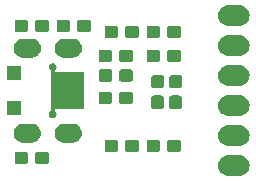
<source format=gbr>
G04 #@! TF.GenerationSoftware,KiCad,Pcbnew,5.1.4+dfsg1-1*
G04 #@! TF.CreationDate,2019-12-13T05:22:49-08:00*
G04 #@! TF.ProjectId,pmod-ftdi,706d6f64-2d66-4746-9469-2e6b69636164,rev?*
G04 #@! TF.SameCoordinates,PX5b906e0PY4a1f960*
G04 #@! TF.FileFunction,Soldermask,Top*
G04 #@! TF.FilePolarity,Negative*
%FSLAX46Y46*%
G04 Gerber Fmt 4.6, Leading zero omitted, Abs format (unit mm)*
G04 Created by KiCad (PCBNEW 5.1.4+dfsg1-1) date 2019-12-13 05:22:49*
%MOMM*%
%LPD*%
G04 APERTURE LIST*
%ADD10C,0.100000*%
G04 APERTURE END LIST*
D10*
G36*
X20196442Y-13456518D02*
G01*
X20262627Y-13463037D01*
X20432466Y-13514557D01*
X20588991Y-13598222D01*
X20624729Y-13627552D01*
X20726186Y-13710814D01*
X20809448Y-13812271D01*
X20838778Y-13848009D01*
X20922443Y-14004534D01*
X20973963Y-14174373D01*
X20991359Y-14351000D01*
X20973963Y-14527627D01*
X20922443Y-14697466D01*
X20838778Y-14853991D01*
X20809448Y-14889729D01*
X20726186Y-14991186D01*
X20624729Y-15074448D01*
X20588991Y-15103778D01*
X20432466Y-15187443D01*
X20262627Y-15238963D01*
X20196442Y-15245482D01*
X20130260Y-15252000D01*
X19201740Y-15252000D01*
X19135558Y-15245482D01*
X19069373Y-15238963D01*
X18899534Y-15187443D01*
X18743009Y-15103778D01*
X18707271Y-15074448D01*
X18605814Y-14991186D01*
X18522552Y-14889729D01*
X18493222Y-14853991D01*
X18409557Y-14697466D01*
X18358037Y-14527627D01*
X18340641Y-14351000D01*
X18358037Y-14174373D01*
X18409557Y-14004534D01*
X18493222Y-13848009D01*
X18522552Y-13812271D01*
X18605814Y-13710814D01*
X18707271Y-13627552D01*
X18743009Y-13598222D01*
X18899534Y-13514557D01*
X19069373Y-13463037D01*
X19135558Y-13456518D01*
X19201740Y-13450000D01*
X20130260Y-13450000D01*
X20196442Y-13456518D01*
X20196442Y-13456518D01*
G37*
G36*
X3829499Y-13194445D02*
G01*
X3866995Y-13205820D01*
X3901554Y-13224292D01*
X3931847Y-13249153D01*
X3956708Y-13279446D01*
X3975180Y-13314005D01*
X3986555Y-13351501D01*
X3991000Y-13396638D01*
X3991000Y-14035362D01*
X3986555Y-14080499D01*
X3975180Y-14117995D01*
X3956708Y-14152554D01*
X3931847Y-14182847D01*
X3901554Y-14207708D01*
X3866995Y-14226180D01*
X3829499Y-14237555D01*
X3784362Y-14242000D01*
X3045638Y-14242000D01*
X3000501Y-14237555D01*
X2963005Y-14226180D01*
X2928446Y-14207708D01*
X2898153Y-14182847D01*
X2873292Y-14152554D01*
X2854820Y-14117995D01*
X2843445Y-14080499D01*
X2839000Y-14035362D01*
X2839000Y-13396638D01*
X2843445Y-13351501D01*
X2854820Y-13314005D01*
X2873292Y-13279446D01*
X2898153Y-13249153D01*
X2928446Y-13224292D01*
X2963005Y-13205820D01*
X3000501Y-13194445D01*
X3045638Y-13190000D01*
X3784362Y-13190000D01*
X3829499Y-13194445D01*
X3829499Y-13194445D01*
G37*
G36*
X2079499Y-13194445D02*
G01*
X2116995Y-13205820D01*
X2151554Y-13224292D01*
X2181847Y-13249153D01*
X2206708Y-13279446D01*
X2225180Y-13314005D01*
X2236555Y-13351501D01*
X2241000Y-13396638D01*
X2241000Y-14035362D01*
X2236555Y-14080499D01*
X2225180Y-14117995D01*
X2206708Y-14152554D01*
X2181847Y-14182847D01*
X2151554Y-14207708D01*
X2116995Y-14226180D01*
X2079499Y-14237555D01*
X2034362Y-14242000D01*
X1295638Y-14242000D01*
X1250501Y-14237555D01*
X1213005Y-14226180D01*
X1178446Y-14207708D01*
X1148153Y-14182847D01*
X1123292Y-14152554D01*
X1104820Y-14117995D01*
X1093445Y-14080499D01*
X1089000Y-14035362D01*
X1089000Y-13396638D01*
X1093445Y-13351501D01*
X1104820Y-13314005D01*
X1123292Y-13279446D01*
X1148153Y-13249153D01*
X1178446Y-13224292D01*
X1213005Y-13205820D01*
X1250501Y-13194445D01*
X1295638Y-13190000D01*
X2034362Y-13190000D01*
X2079499Y-13194445D01*
X2079499Y-13194445D01*
G37*
G36*
X9699499Y-12178445D02*
G01*
X9736995Y-12189820D01*
X9771554Y-12208292D01*
X9801847Y-12233153D01*
X9826708Y-12263446D01*
X9845180Y-12298005D01*
X9856555Y-12335501D01*
X9861000Y-12380638D01*
X9861000Y-13019362D01*
X9856555Y-13064499D01*
X9845180Y-13101995D01*
X9826708Y-13136554D01*
X9801847Y-13166847D01*
X9771554Y-13191708D01*
X9736995Y-13210180D01*
X9699499Y-13221555D01*
X9654362Y-13226000D01*
X8915638Y-13226000D01*
X8870501Y-13221555D01*
X8833005Y-13210180D01*
X8798446Y-13191708D01*
X8768153Y-13166847D01*
X8743292Y-13136554D01*
X8724820Y-13101995D01*
X8713445Y-13064499D01*
X8709000Y-13019362D01*
X8709000Y-12380638D01*
X8713445Y-12335501D01*
X8724820Y-12298005D01*
X8743292Y-12263446D01*
X8768153Y-12233153D01*
X8798446Y-12208292D01*
X8833005Y-12189820D01*
X8870501Y-12178445D01*
X8915638Y-12174000D01*
X9654362Y-12174000D01*
X9699499Y-12178445D01*
X9699499Y-12178445D01*
G37*
G36*
X11449499Y-12178445D02*
G01*
X11486995Y-12189820D01*
X11521554Y-12208292D01*
X11551847Y-12233153D01*
X11576708Y-12263446D01*
X11595180Y-12298005D01*
X11606555Y-12335501D01*
X11611000Y-12380638D01*
X11611000Y-13019362D01*
X11606555Y-13064499D01*
X11595180Y-13101995D01*
X11576708Y-13136554D01*
X11551847Y-13166847D01*
X11521554Y-13191708D01*
X11486995Y-13210180D01*
X11449499Y-13221555D01*
X11404362Y-13226000D01*
X10665638Y-13226000D01*
X10620501Y-13221555D01*
X10583005Y-13210180D01*
X10548446Y-13191708D01*
X10518153Y-13166847D01*
X10493292Y-13136554D01*
X10474820Y-13101995D01*
X10463445Y-13064499D01*
X10459000Y-13019362D01*
X10459000Y-12380638D01*
X10463445Y-12335501D01*
X10474820Y-12298005D01*
X10493292Y-12263446D01*
X10518153Y-12233153D01*
X10548446Y-12208292D01*
X10583005Y-12189820D01*
X10620501Y-12178445D01*
X10665638Y-12174000D01*
X11404362Y-12174000D01*
X11449499Y-12178445D01*
X11449499Y-12178445D01*
G37*
G36*
X15005499Y-12178445D02*
G01*
X15042995Y-12189820D01*
X15077554Y-12208292D01*
X15107847Y-12233153D01*
X15132708Y-12263446D01*
X15151180Y-12298005D01*
X15162555Y-12335501D01*
X15167000Y-12380638D01*
X15167000Y-13019362D01*
X15162555Y-13064499D01*
X15151180Y-13101995D01*
X15132708Y-13136554D01*
X15107847Y-13166847D01*
X15077554Y-13191708D01*
X15042995Y-13210180D01*
X15005499Y-13221555D01*
X14960362Y-13226000D01*
X14221638Y-13226000D01*
X14176501Y-13221555D01*
X14139005Y-13210180D01*
X14104446Y-13191708D01*
X14074153Y-13166847D01*
X14049292Y-13136554D01*
X14030820Y-13101995D01*
X14019445Y-13064499D01*
X14015000Y-13019362D01*
X14015000Y-12380638D01*
X14019445Y-12335501D01*
X14030820Y-12298005D01*
X14049292Y-12263446D01*
X14074153Y-12233153D01*
X14104446Y-12208292D01*
X14139005Y-12189820D01*
X14176501Y-12178445D01*
X14221638Y-12174000D01*
X14960362Y-12174000D01*
X15005499Y-12178445D01*
X15005499Y-12178445D01*
G37*
G36*
X13255499Y-12178445D02*
G01*
X13292995Y-12189820D01*
X13327554Y-12208292D01*
X13357847Y-12233153D01*
X13382708Y-12263446D01*
X13401180Y-12298005D01*
X13412555Y-12335501D01*
X13417000Y-12380638D01*
X13417000Y-13019362D01*
X13412555Y-13064499D01*
X13401180Y-13101995D01*
X13382708Y-13136554D01*
X13357847Y-13166847D01*
X13327554Y-13191708D01*
X13292995Y-13210180D01*
X13255499Y-13221555D01*
X13210362Y-13226000D01*
X12471638Y-13226000D01*
X12426501Y-13221555D01*
X12389005Y-13210180D01*
X12354446Y-13191708D01*
X12324153Y-13166847D01*
X12299292Y-13136554D01*
X12280820Y-13101995D01*
X12269445Y-13064499D01*
X12265000Y-13019362D01*
X12265000Y-12380638D01*
X12269445Y-12335501D01*
X12280820Y-12298005D01*
X12299292Y-12263446D01*
X12324153Y-12233153D01*
X12354446Y-12208292D01*
X12389005Y-12189820D01*
X12426501Y-12178445D01*
X12471638Y-12174000D01*
X13210362Y-12174000D01*
X13255499Y-12178445D01*
X13255499Y-12178445D01*
G37*
G36*
X20196443Y-10916519D02*
G01*
X20262627Y-10923037D01*
X20432466Y-10974557D01*
X20588991Y-11058222D01*
X20624729Y-11087552D01*
X20726186Y-11170814D01*
X20809448Y-11272271D01*
X20838778Y-11308009D01*
X20922443Y-11464534D01*
X20973963Y-11634373D01*
X20991359Y-11811000D01*
X20973963Y-11987627D01*
X20922443Y-12157466D01*
X20838778Y-12313991D01*
X20821125Y-12335501D01*
X20726186Y-12451186D01*
X20624729Y-12534448D01*
X20588991Y-12563778D01*
X20432466Y-12647443D01*
X20262627Y-12698963D01*
X20196443Y-12705481D01*
X20130260Y-12712000D01*
X19201740Y-12712000D01*
X19135557Y-12705481D01*
X19069373Y-12698963D01*
X18899534Y-12647443D01*
X18743009Y-12563778D01*
X18707271Y-12534448D01*
X18605814Y-12451186D01*
X18510875Y-12335501D01*
X18493222Y-12313991D01*
X18409557Y-12157466D01*
X18358037Y-11987627D01*
X18340641Y-11811000D01*
X18358037Y-11634373D01*
X18409557Y-11464534D01*
X18493222Y-11308009D01*
X18522552Y-11272271D01*
X18605814Y-11170814D01*
X18707271Y-11087552D01*
X18743009Y-11058222D01*
X18899534Y-10974557D01*
X19069373Y-10923037D01*
X19135557Y-10916519D01*
X19201740Y-10910000D01*
X20130260Y-10910000D01*
X20196443Y-10916519D01*
X20196443Y-10916519D01*
G37*
G36*
X2606571Y-10818863D02*
G01*
X2685023Y-10826590D01*
X2785682Y-10857125D01*
X2836013Y-10872392D01*
X2975165Y-10946771D01*
X3097133Y-11046867D01*
X3197229Y-11168835D01*
X3271608Y-11307987D01*
X3271615Y-11308011D01*
X3317410Y-11458977D01*
X3332875Y-11616000D01*
X3317410Y-11773023D01*
X3286875Y-11873682D01*
X3271608Y-11924013D01*
X3197229Y-12063165D01*
X3097133Y-12185133D01*
X2975165Y-12285229D01*
X2836013Y-12359608D01*
X2785682Y-12374875D01*
X2685023Y-12405410D01*
X2606571Y-12413137D01*
X2567346Y-12417000D01*
X1788654Y-12417000D01*
X1749429Y-12413137D01*
X1670977Y-12405410D01*
X1570318Y-12374875D01*
X1519987Y-12359608D01*
X1380835Y-12285229D01*
X1258867Y-12185133D01*
X1158771Y-12063165D01*
X1084392Y-11924013D01*
X1069125Y-11873682D01*
X1038590Y-11773023D01*
X1023125Y-11616000D01*
X1038590Y-11458977D01*
X1084385Y-11308011D01*
X1084392Y-11307987D01*
X1158771Y-11168835D01*
X1258867Y-11046867D01*
X1380835Y-10946771D01*
X1519987Y-10872392D01*
X1570318Y-10857125D01*
X1670977Y-10826590D01*
X1749429Y-10818863D01*
X1788654Y-10815000D01*
X2567346Y-10815000D01*
X2606571Y-10818863D01*
X2606571Y-10818863D01*
G37*
G36*
X6076571Y-10818863D02*
G01*
X6155023Y-10826590D01*
X6255682Y-10857125D01*
X6306013Y-10872392D01*
X6445165Y-10946771D01*
X6567133Y-11046867D01*
X6667229Y-11168835D01*
X6741608Y-11307987D01*
X6741615Y-11308011D01*
X6787410Y-11458977D01*
X6802875Y-11616000D01*
X6787410Y-11773023D01*
X6756875Y-11873682D01*
X6741608Y-11924013D01*
X6667229Y-12063165D01*
X6567133Y-12185133D01*
X6445165Y-12285229D01*
X6306013Y-12359608D01*
X6255682Y-12374875D01*
X6155023Y-12405410D01*
X6076571Y-12413137D01*
X6037346Y-12417000D01*
X5258654Y-12417000D01*
X5219429Y-12413137D01*
X5140977Y-12405410D01*
X5040318Y-12374875D01*
X4989987Y-12359608D01*
X4850835Y-12285229D01*
X4728867Y-12185133D01*
X4628771Y-12063165D01*
X4554392Y-11924013D01*
X4539125Y-11873682D01*
X4508590Y-11773023D01*
X4493125Y-11616000D01*
X4508590Y-11458977D01*
X4554385Y-11308011D01*
X4554392Y-11307987D01*
X4628771Y-11168835D01*
X4728867Y-11046867D01*
X4850835Y-10946771D01*
X4989987Y-10872392D01*
X5040318Y-10857125D01*
X5140977Y-10826590D01*
X5219429Y-10818863D01*
X5258654Y-10815000D01*
X6037346Y-10815000D01*
X6076571Y-10818863D01*
X6076571Y-10818863D01*
G37*
G36*
X4423091Y-5702528D02*
G01*
X4482420Y-5727103D01*
X4535810Y-5762777D01*
X4581223Y-5808190D01*
X4616897Y-5861580D01*
X4641472Y-5920909D01*
X4654000Y-5983892D01*
X4654000Y-6048108D01*
X4641472Y-6111091D01*
X4616897Y-6170420D01*
X4581223Y-6223810D01*
X4553420Y-6251613D01*
X4537875Y-6270555D01*
X4526324Y-6292166D01*
X4519211Y-6315615D01*
X4516809Y-6340001D01*
X4519211Y-6364387D01*
X4526324Y-6387836D01*
X4537875Y-6409447D01*
X4553420Y-6428389D01*
X4572362Y-6443934D01*
X4593973Y-6455485D01*
X4617422Y-6462598D01*
X4641808Y-6465000D01*
X6964000Y-6465000D01*
X6964000Y-9567000D01*
X4641808Y-9567000D01*
X4617422Y-9569402D01*
X4593973Y-9576515D01*
X4572362Y-9588066D01*
X4553420Y-9603611D01*
X4537875Y-9622553D01*
X4526324Y-9644164D01*
X4519211Y-9667613D01*
X4516809Y-9691999D01*
X4519211Y-9716385D01*
X4526324Y-9739834D01*
X4537875Y-9761445D01*
X4553420Y-9780387D01*
X4581223Y-9808190D01*
X4616897Y-9861580D01*
X4641472Y-9920909D01*
X4654000Y-9983892D01*
X4654000Y-10048108D01*
X4641472Y-10111091D01*
X4616897Y-10170420D01*
X4581223Y-10223810D01*
X4535810Y-10269223D01*
X4482420Y-10304897D01*
X4423091Y-10329472D01*
X4360108Y-10342000D01*
X4295892Y-10342000D01*
X4232909Y-10329472D01*
X4173580Y-10304897D01*
X4120190Y-10269223D01*
X4074777Y-10223810D01*
X4039103Y-10170420D01*
X4014528Y-10111091D01*
X4002000Y-10048108D01*
X4002000Y-9983892D01*
X4014528Y-9920909D01*
X4039103Y-9861580D01*
X4074777Y-9808190D01*
X4120187Y-9762780D01*
X4122185Y-9761445D01*
X4156450Y-9738549D01*
X4175388Y-9723007D01*
X4190933Y-9704066D01*
X4202485Y-9682455D01*
X4209598Y-9659006D01*
X4212000Y-9634619D01*
X4212000Y-6397381D01*
X4209598Y-6372995D01*
X4202485Y-6349546D01*
X4190934Y-6327935D01*
X4175389Y-6308993D01*
X4156450Y-6293451D01*
X4120187Y-6269220D01*
X4074777Y-6223810D01*
X4039103Y-6170420D01*
X4014528Y-6111091D01*
X4002000Y-6048108D01*
X4002000Y-5983892D01*
X4014528Y-5920909D01*
X4039103Y-5861580D01*
X4074777Y-5808190D01*
X4120190Y-5762777D01*
X4173580Y-5727103D01*
X4232909Y-5702528D01*
X4295892Y-5690000D01*
X4360108Y-5690000D01*
X4423091Y-5702528D01*
X4423091Y-5702528D01*
G37*
G36*
X20196442Y-8376518D02*
G01*
X20262627Y-8383037D01*
X20432466Y-8434557D01*
X20432468Y-8434558D01*
X20482483Y-8461292D01*
X20588991Y-8518222D01*
X20620261Y-8543885D01*
X20726186Y-8630814D01*
X20809448Y-8732271D01*
X20838778Y-8768009D01*
X20922443Y-8924534D01*
X20973963Y-9094373D01*
X20991359Y-9271000D01*
X20973963Y-9447627D01*
X20922443Y-9617466D01*
X20922442Y-9617468D01*
X20908173Y-9644164D01*
X20838778Y-9773991D01*
X20810714Y-9808187D01*
X20726186Y-9911186D01*
X20637592Y-9983892D01*
X20588991Y-10023778D01*
X20432466Y-10107443D01*
X20262627Y-10158963D01*
X20196443Y-10165481D01*
X20130260Y-10172000D01*
X19201740Y-10172000D01*
X19135557Y-10165481D01*
X19069373Y-10158963D01*
X18899534Y-10107443D01*
X18743009Y-10023778D01*
X18694408Y-9983892D01*
X18605814Y-9911186D01*
X18521286Y-9808187D01*
X18493222Y-9773991D01*
X18423827Y-9644164D01*
X18409558Y-9617468D01*
X18409557Y-9617466D01*
X18358037Y-9447627D01*
X18340641Y-9271000D01*
X18358037Y-9094373D01*
X18409557Y-8924534D01*
X18493222Y-8768009D01*
X18522552Y-8732271D01*
X18605814Y-8630814D01*
X18711739Y-8543885D01*
X18743009Y-8518222D01*
X18849517Y-8461292D01*
X18899532Y-8434558D01*
X18899534Y-8434557D01*
X19069373Y-8383037D01*
X19135558Y-8376518D01*
X19201740Y-8370000D01*
X20130260Y-8370000D01*
X20196442Y-8376518D01*
X20196442Y-8376518D01*
G37*
G36*
X1629000Y-10117000D02*
G01*
X427000Y-10117000D01*
X427000Y-8915000D01*
X1629000Y-8915000D01*
X1629000Y-10117000D01*
X1629000Y-10117000D01*
G37*
G36*
X15096499Y-8431445D02*
G01*
X15133995Y-8442820D01*
X15168554Y-8461292D01*
X15198847Y-8486153D01*
X15223708Y-8516446D01*
X15242180Y-8551005D01*
X15253555Y-8588501D01*
X15258000Y-8633638D01*
X15258000Y-9372362D01*
X15253555Y-9417499D01*
X15242180Y-9454995D01*
X15223708Y-9489554D01*
X15198847Y-9519847D01*
X15168554Y-9544708D01*
X15133995Y-9563180D01*
X15096499Y-9574555D01*
X15051362Y-9579000D01*
X14412638Y-9579000D01*
X14367501Y-9574555D01*
X14330005Y-9563180D01*
X14295446Y-9544708D01*
X14265153Y-9519847D01*
X14240292Y-9489554D01*
X14221820Y-9454995D01*
X14210445Y-9417499D01*
X14206000Y-9372362D01*
X14206000Y-8633638D01*
X14210445Y-8588501D01*
X14221820Y-8551005D01*
X14240292Y-8516446D01*
X14265153Y-8486153D01*
X14295446Y-8461292D01*
X14330005Y-8442820D01*
X14367501Y-8431445D01*
X14412638Y-8427000D01*
X15051362Y-8427000D01*
X15096499Y-8431445D01*
X15096499Y-8431445D01*
G37*
G36*
X13572499Y-8431445D02*
G01*
X13609995Y-8442820D01*
X13644554Y-8461292D01*
X13674847Y-8486153D01*
X13699708Y-8516446D01*
X13718180Y-8551005D01*
X13729555Y-8588501D01*
X13734000Y-8633638D01*
X13734000Y-9372362D01*
X13729555Y-9417499D01*
X13718180Y-9454995D01*
X13699708Y-9489554D01*
X13674847Y-9519847D01*
X13644554Y-9544708D01*
X13609995Y-9563180D01*
X13572499Y-9574555D01*
X13527362Y-9579000D01*
X12888638Y-9579000D01*
X12843501Y-9574555D01*
X12806005Y-9563180D01*
X12771446Y-9544708D01*
X12741153Y-9519847D01*
X12716292Y-9489554D01*
X12697820Y-9454995D01*
X12686445Y-9417499D01*
X12682000Y-9372362D01*
X12682000Y-8633638D01*
X12686445Y-8588501D01*
X12697820Y-8551005D01*
X12716292Y-8516446D01*
X12741153Y-8486153D01*
X12771446Y-8461292D01*
X12806005Y-8442820D01*
X12843501Y-8431445D01*
X12888638Y-8427000D01*
X13527362Y-8427000D01*
X13572499Y-8431445D01*
X13572499Y-8431445D01*
G37*
G36*
X9191499Y-8114445D02*
G01*
X9228995Y-8125820D01*
X9263554Y-8144292D01*
X9293847Y-8169153D01*
X9318708Y-8199446D01*
X9337180Y-8234005D01*
X9348555Y-8271501D01*
X9353000Y-8316638D01*
X9353000Y-8955362D01*
X9348555Y-9000499D01*
X9337180Y-9037995D01*
X9318708Y-9072554D01*
X9293847Y-9102847D01*
X9263554Y-9127708D01*
X9228995Y-9146180D01*
X9191499Y-9157555D01*
X9146362Y-9162000D01*
X8407638Y-9162000D01*
X8362501Y-9157555D01*
X8325005Y-9146180D01*
X8290446Y-9127708D01*
X8260153Y-9102847D01*
X8235292Y-9072554D01*
X8216820Y-9037995D01*
X8205445Y-9000499D01*
X8201000Y-8955362D01*
X8201000Y-8316638D01*
X8205445Y-8271501D01*
X8216820Y-8234005D01*
X8235292Y-8199446D01*
X8260153Y-8169153D01*
X8290446Y-8144292D01*
X8325005Y-8125820D01*
X8362501Y-8114445D01*
X8407638Y-8110000D01*
X9146362Y-8110000D01*
X9191499Y-8114445D01*
X9191499Y-8114445D01*
G37*
G36*
X10941499Y-8114445D02*
G01*
X10978995Y-8125820D01*
X11013554Y-8144292D01*
X11043847Y-8169153D01*
X11068708Y-8199446D01*
X11087180Y-8234005D01*
X11098555Y-8271501D01*
X11103000Y-8316638D01*
X11103000Y-8955362D01*
X11098555Y-9000499D01*
X11087180Y-9037995D01*
X11068708Y-9072554D01*
X11043847Y-9102847D01*
X11013554Y-9127708D01*
X10978995Y-9146180D01*
X10941499Y-9157555D01*
X10896362Y-9162000D01*
X10157638Y-9162000D01*
X10112501Y-9157555D01*
X10075005Y-9146180D01*
X10040446Y-9127708D01*
X10010153Y-9102847D01*
X9985292Y-9072554D01*
X9966820Y-9037995D01*
X9955445Y-9000499D01*
X9951000Y-8955362D01*
X9951000Y-8316638D01*
X9955445Y-8271501D01*
X9966820Y-8234005D01*
X9985292Y-8199446D01*
X10010153Y-8169153D01*
X10040446Y-8144292D01*
X10075005Y-8125820D01*
X10112501Y-8114445D01*
X10157638Y-8110000D01*
X10896362Y-8110000D01*
X10941499Y-8114445D01*
X10941499Y-8114445D01*
G37*
G36*
X15096499Y-6681445D02*
G01*
X15133995Y-6692820D01*
X15168554Y-6711292D01*
X15198847Y-6736153D01*
X15223708Y-6766446D01*
X15242180Y-6801005D01*
X15253555Y-6838501D01*
X15258000Y-6883638D01*
X15258000Y-7622362D01*
X15253555Y-7667499D01*
X15242180Y-7704995D01*
X15223708Y-7739554D01*
X15198847Y-7769847D01*
X15168554Y-7794708D01*
X15133995Y-7813180D01*
X15096499Y-7824555D01*
X15051362Y-7829000D01*
X14412638Y-7829000D01*
X14367501Y-7824555D01*
X14330005Y-7813180D01*
X14295446Y-7794708D01*
X14265153Y-7769847D01*
X14240292Y-7739554D01*
X14221820Y-7704995D01*
X14210445Y-7667499D01*
X14206000Y-7622362D01*
X14206000Y-6883638D01*
X14210445Y-6838501D01*
X14221820Y-6801005D01*
X14240292Y-6766446D01*
X14265153Y-6736153D01*
X14295446Y-6711292D01*
X14330005Y-6692820D01*
X14367501Y-6681445D01*
X14412638Y-6677000D01*
X15051362Y-6677000D01*
X15096499Y-6681445D01*
X15096499Y-6681445D01*
G37*
G36*
X13572499Y-6681445D02*
G01*
X13609995Y-6692820D01*
X13644554Y-6711292D01*
X13674847Y-6736153D01*
X13699708Y-6766446D01*
X13718180Y-6801005D01*
X13729555Y-6838501D01*
X13734000Y-6883638D01*
X13734000Y-7622362D01*
X13729555Y-7667499D01*
X13718180Y-7704995D01*
X13699708Y-7739554D01*
X13674847Y-7769847D01*
X13644554Y-7794708D01*
X13609995Y-7813180D01*
X13572499Y-7824555D01*
X13527362Y-7829000D01*
X12888638Y-7829000D01*
X12843501Y-7824555D01*
X12806005Y-7813180D01*
X12771446Y-7794708D01*
X12741153Y-7769847D01*
X12716292Y-7739554D01*
X12697820Y-7704995D01*
X12686445Y-7667499D01*
X12682000Y-7622362D01*
X12682000Y-6883638D01*
X12686445Y-6838501D01*
X12697820Y-6801005D01*
X12716292Y-6766446D01*
X12741153Y-6736153D01*
X12771446Y-6711292D01*
X12806005Y-6692820D01*
X12843501Y-6681445D01*
X12888638Y-6677000D01*
X13527362Y-6677000D01*
X13572499Y-6681445D01*
X13572499Y-6681445D01*
G37*
G36*
X20196443Y-5836519D02*
G01*
X20262627Y-5843037D01*
X20432466Y-5894557D01*
X20588991Y-5978222D01*
X20624729Y-6007552D01*
X20726186Y-6090814D01*
X20791515Y-6170419D01*
X20838778Y-6228009D01*
X20922443Y-6384534D01*
X20973963Y-6554373D01*
X20991359Y-6731000D01*
X20973963Y-6907627D01*
X20922443Y-7077466D01*
X20922442Y-7077468D01*
X20892762Y-7132995D01*
X20838778Y-7233991D01*
X20823543Y-7252555D01*
X20726186Y-7371186D01*
X20624729Y-7454448D01*
X20588991Y-7483778D01*
X20432466Y-7567443D01*
X20262627Y-7618963D01*
X20196442Y-7625482D01*
X20130260Y-7632000D01*
X19201740Y-7632000D01*
X19135558Y-7625482D01*
X19069373Y-7618963D01*
X18899534Y-7567443D01*
X18743009Y-7483778D01*
X18707271Y-7454448D01*
X18605814Y-7371186D01*
X18508457Y-7252555D01*
X18493222Y-7233991D01*
X18439238Y-7132995D01*
X18409558Y-7077468D01*
X18409557Y-7077466D01*
X18358037Y-6907627D01*
X18340641Y-6731000D01*
X18358037Y-6554373D01*
X18409557Y-6384534D01*
X18493222Y-6228009D01*
X18540485Y-6170419D01*
X18605814Y-6090814D01*
X18707271Y-6007552D01*
X18743009Y-5978222D01*
X18899534Y-5894557D01*
X19069373Y-5843037D01*
X19135557Y-5836519D01*
X19201740Y-5830000D01*
X20130260Y-5830000D01*
X20196443Y-5836519D01*
X20196443Y-5836519D01*
G37*
G36*
X9191499Y-6209445D02*
G01*
X9228995Y-6220820D01*
X9263554Y-6239292D01*
X9293847Y-6264153D01*
X9318708Y-6294446D01*
X9337180Y-6329005D01*
X9348555Y-6366501D01*
X9353000Y-6411638D01*
X9353000Y-7050362D01*
X9348555Y-7095499D01*
X9337180Y-7132995D01*
X9318708Y-7167554D01*
X9293847Y-7197847D01*
X9263554Y-7222708D01*
X9228995Y-7241180D01*
X9191499Y-7252555D01*
X9146362Y-7257000D01*
X8407638Y-7257000D01*
X8362501Y-7252555D01*
X8325005Y-7241180D01*
X8290446Y-7222708D01*
X8260153Y-7197847D01*
X8235292Y-7167554D01*
X8216820Y-7132995D01*
X8205445Y-7095499D01*
X8201000Y-7050362D01*
X8201000Y-6411638D01*
X8205445Y-6366501D01*
X8216820Y-6329005D01*
X8235292Y-6294446D01*
X8260153Y-6264153D01*
X8290446Y-6239292D01*
X8325005Y-6220820D01*
X8362501Y-6209445D01*
X8407638Y-6205000D01*
X9146362Y-6205000D01*
X9191499Y-6209445D01*
X9191499Y-6209445D01*
G37*
G36*
X10941499Y-6209445D02*
G01*
X10978995Y-6220820D01*
X11013554Y-6239292D01*
X11043847Y-6264153D01*
X11068708Y-6294446D01*
X11087180Y-6329005D01*
X11098555Y-6366501D01*
X11103000Y-6411638D01*
X11103000Y-7050362D01*
X11098555Y-7095499D01*
X11087180Y-7132995D01*
X11068708Y-7167554D01*
X11043847Y-7197847D01*
X11013554Y-7222708D01*
X10978995Y-7241180D01*
X10941499Y-7252555D01*
X10896362Y-7257000D01*
X10157638Y-7257000D01*
X10112501Y-7252555D01*
X10075005Y-7241180D01*
X10040446Y-7222708D01*
X10010153Y-7197847D01*
X9985292Y-7167554D01*
X9966820Y-7132995D01*
X9955445Y-7095499D01*
X9951000Y-7050362D01*
X9951000Y-6411638D01*
X9955445Y-6366501D01*
X9966820Y-6329005D01*
X9985292Y-6294446D01*
X10010153Y-6264153D01*
X10040446Y-6239292D01*
X10075005Y-6220820D01*
X10112501Y-6209445D01*
X10157638Y-6205000D01*
X10896362Y-6205000D01*
X10941499Y-6209445D01*
X10941499Y-6209445D01*
G37*
G36*
X1629000Y-7117000D02*
G01*
X427000Y-7117000D01*
X427000Y-5915000D01*
X1629000Y-5915000D01*
X1629000Y-7117000D01*
X1629000Y-7117000D01*
G37*
G36*
X15005499Y-4558445D02*
G01*
X15042995Y-4569820D01*
X15077554Y-4588292D01*
X15107847Y-4613153D01*
X15132708Y-4643446D01*
X15151180Y-4678005D01*
X15162555Y-4715501D01*
X15167000Y-4760638D01*
X15167000Y-5399362D01*
X15162555Y-5444499D01*
X15151180Y-5481995D01*
X15132708Y-5516554D01*
X15107847Y-5546847D01*
X15077554Y-5571708D01*
X15042995Y-5590180D01*
X15005499Y-5601555D01*
X14960362Y-5606000D01*
X14221638Y-5606000D01*
X14176501Y-5601555D01*
X14139005Y-5590180D01*
X14104446Y-5571708D01*
X14074153Y-5546847D01*
X14049292Y-5516554D01*
X14030820Y-5481995D01*
X14019445Y-5444499D01*
X14015000Y-5399362D01*
X14015000Y-4760638D01*
X14019445Y-4715501D01*
X14030820Y-4678005D01*
X14049292Y-4643446D01*
X14074153Y-4613153D01*
X14104446Y-4588292D01*
X14139005Y-4569820D01*
X14176501Y-4558445D01*
X14221638Y-4554000D01*
X14960362Y-4554000D01*
X15005499Y-4558445D01*
X15005499Y-4558445D01*
G37*
G36*
X10941499Y-4558445D02*
G01*
X10978995Y-4569820D01*
X11013554Y-4588292D01*
X11043847Y-4613153D01*
X11068708Y-4643446D01*
X11087180Y-4678005D01*
X11098555Y-4715501D01*
X11103000Y-4760638D01*
X11103000Y-5399362D01*
X11098555Y-5444499D01*
X11087180Y-5481995D01*
X11068708Y-5516554D01*
X11043847Y-5546847D01*
X11013554Y-5571708D01*
X10978995Y-5590180D01*
X10941499Y-5601555D01*
X10896362Y-5606000D01*
X10157638Y-5606000D01*
X10112501Y-5601555D01*
X10075005Y-5590180D01*
X10040446Y-5571708D01*
X10010153Y-5546847D01*
X9985292Y-5516554D01*
X9966820Y-5481995D01*
X9955445Y-5444499D01*
X9951000Y-5399362D01*
X9951000Y-4760638D01*
X9955445Y-4715501D01*
X9966820Y-4678005D01*
X9985292Y-4643446D01*
X10010153Y-4613153D01*
X10040446Y-4588292D01*
X10075005Y-4569820D01*
X10112501Y-4558445D01*
X10157638Y-4554000D01*
X10896362Y-4554000D01*
X10941499Y-4558445D01*
X10941499Y-4558445D01*
G37*
G36*
X9191499Y-4558445D02*
G01*
X9228995Y-4569820D01*
X9263554Y-4588292D01*
X9293847Y-4613153D01*
X9318708Y-4643446D01*
X9337180Y-4678005D01*
X9348555Y-4715501D01*
X9353000Y-4760638D01*
X9353000Y-5399362D01*
X9348555Y-5444499D01*
X9337180Y-5481995D01*
X9318708Y-5516554D01*
X9293847Y-5546847D01*
X9263554Y-5571708D01*
X9228995Y-5590180D01*
X9191499Y-5601555D01*
X9146362Y-5606000D01*
X8407638Y-5606000D01*
X8362501Y-5601555D01*
X8325005Y-5590180D01*
X8290446Y-5571708D01*
X8260153Y-5546847D01*
X8235292Y-5516554D01*
X8216820Y-5481995D01*
X8205445Y-5444499D01*
X8201000Y-5399362D01*
X8201000Y-4760638D01*
X8205445Y-4715501D01*
X8216820Y-4678005D01*
X8235292Y-4643446D01*
X8260153Y-4613153D01*
X8290446Y-4588292D01*
X8325005Y-4569820D01*
X8362501Y-4558445D01*
X8407638Y-4554000D01*
X9146362Y-4554000D01*
X9191499Y-4558445D01*
X9191499Y-4558445D01*
G37*
G36*
X13255499Y-4558445D02*
G01*
X13292995Y-4569820D01*
X13327554Y-4588292D01*
X13357847Y-4613153D01*
X13382708Y-4643446D01*
X13401180Y-4678005D01*
X13412555Y-4715501D01*
X13417000Y-4760638D01*
X13417000Y-5399362D01*
X13412555Y-5444499D01*
X13401180Y-5481995D01*
X13382708Y-5516554D01*
X13357847Y-5546847D01*
X13327554Y-5571708D01*
X13292995Y-5590180D01*
X13255499Y-5601555D01*
X13210362Y-5606000D01*
X12471638Y-5606000D01*
X12426501Y-5601555D01*
X12389005Y-5590180D01*
X12354446Y-5571708D01*
X12324153Y-5546847D01*
X12299292Y-5516554D01*
X12280820Y-5481995D01*
X12269445Y-5444499D01*
X12265000Y-5399362D01*
X12265000Y-4760638D01*
X12269445Y-4715501D01*
X12280820Y-4678005D01*
X12299292Y-4643446D01*
X12324153Y-4613153D01*
X12354446Y-4588292D01*
X12389005Y-4569820D01*
X12426501Y-4558445D01*
X12471638Y-4554000D01*
X13210362Y-4554000D01*
X13255499Y-4558445D01*
X13255499Y-4558445D01*
G37*
G36*
X2606571Y-3618863D02*
G01*
X2685023Y-3626590D01*
X2785682Y-3657125D01*
X2836013Y-3672392D01*
X2975165Y-3746771D01*
X3097133Y-3846867D01*
X3197229Y-3968835D01*
X3271608Y-4107987D01*
X3271608Y-4107988D01*
X3317410Y-4258977D01*
X3332875Y-4416000D01*
X3317410Y-4573023D01*
X3299813Y-4631031D01*
X3271608Y-4724013D01*
X3197229Y-4863165D01*
X3097133Y-4985133D01*
X2975165Y-5085229D01*
X2836013Y-5159608D01*
X2785682Y-5174875D01*
X2685023Y-5205410D01*
X2606571Y-5213137D01*
X2567346Y-5217000D01*
X1788654Y-5217000D01*
X1749429Y-5213137D01*
X1670977Y-5205410D01*
X1570318Y-5174875D01*
X1519987Y-5159608D01*
X1380835Y-5085229D01*
X1258867Y-4985133D01*
X1158771Y-4863165D01*
X1084392Y-4724013D01*
X1056187Y-4631031D01*
X1038590Y-4573023D01*
X1023125Y-4416000D01*
X1038590Y-4258977D01*
X1084392Y-4107988D01*
X1084392Y-4107987D01*
X1158771Y-3968835D01*
X1258867Y-3846867D01*
X1380835Y-3746771D01*
X1519987Y-3672392D01*
X1570318Y-3657125D01*
X1670977Y-3626590D01*
X1749429Y-3618863D01*
X1788654Y-3615000D01*
X2567346Y-3615000D01*
X2606571Y-3618863D01*
X2606571Y-3618863D01*
G37*
G36*
X6076571Y-3618863D02*
G01*
X6155023Y-3626590D01*
X6255682Y-3657125D01*
X6306013Y-3672392D01*
X6445165Y-3746771D01*
X6567133Y-3846867D01*
X6667229Y-3968835D01*
X6741608Y-4107987D01*
X6741608Y-4107988D01*
X6787410Y-4258977D01*
X6802875Y-4416000D01*
X6787410Y-4573023D01*
X6769813Y-4631031D01*
X6741608Y-4724013D01*
X6667229Y-4863165D01*
X6567133Y-4985133D01*
X6445165Y-5085229D01*
X6306013Y-5159608D01*
X6255682Y-5174875D01*
X6155023Y-5205410D01*
X6076571Y-5213137D01*
X6037346Y-5217000D01*
X5258654Y-5217000D01*
X5219429Y-5213137D01*
X5140977Y-5205410D01*
X5040318Y-5174875D01*
X4989987Y-5159608D01*
X4850835Y-5085229D01*
X4728867Y-4985133D01*
X4628771Y-4863165D01*
X4554392Y-4724013D01*
X4526187Y-4631031D01*
X4508590Y-4573023D01*
X4493125Y-4416000D01*
X4508590Y-4258977D01*
X4554392Y-4107988D01*
X4554392Y-4107987D01*
X4628771Y-3968835D01*
X4728867Y-3846867D01*
X4850835Y-3746771D01*
X4989987Y-3672392D01*
X5040318Y-3657125D01*
X5140977Y-3626590D01*
X5219429Y-3618863D01*
X5258654Y-3615000D01*
X6037346Y-3615000D01*
X6076571Y-3618863D01*
X6076571Y-3618863D01*
G37*
G36*
X20196442Y-3296518D02*
G01*
X20262627Y-3303037D01*
X20432466Y-3354557D01*
X20588991Y-3438222D01*
X20603336Y-3449995D01*
X20726186Y-3550814D01*
X20809448Y-3652271D01*
X20838778Y-3688009D01*
X20922443Y-3844534D01*
X20973963Y-4014373D01*
X20991359Y-4191000D01*
X20973963Y-4367627D01*
X20922443Y-4537466D01*
X20838778Y-4693991D01*
X20821125Y-4715501D01*
X20726186Y-4831186D01*
X20624729Y-4914448D01*
X20588991Y-4943778D01*
X20432466Y-5027443D01*
X20262627Y-5078963D01*
X20199006Y-5085229D01*
X20130260Y-5092000D01*
X19201740Y-5092000D01*
X19132994Y-5085229D01*
X19069373Y-5078963D01*
X18899534Y-5027443D01*
X18743009Y-4943778D01*
X18707271Y-4914448D01*
X18605814Y-4831186D01*
X18510875Y-4715501D01*
X18493222Y-4693991D01*
X18409557Y-4537466D01*
X18358037Y-4367627D01*
X18340641Y-4191000D01*
X18358037Y-4014373D01*
X18409557Y-3844534D01*
X18493222Y-3688009D01*
X18522552Y-3652271D01*
X18605814Y-3550814D01*
X18728664Y-3449995D01*
X18743009Y-3438222D01*
X18899534Y-3354557D01*
X19069373Y-3303037D01*
X19135558Y-3296518D01*
X19201740Y-3290000D01*
X20130260Y-3290000D01*
X20196442Y-3296518D01*
X20196442Y-3296518D01*
G37*
G36*
X13255499Y-2526445D02*
G01*
X13292995Y-2537820D01*
X13327554Y-2556292D01*
X13357847Y-2581153D01*
X13382708Y-2611446D01*
X13401180Y-2646005D01*
X13412555Y-2683501D01*
X13417000Y-2728638D01*
X13417000Y-3367362D01*
X13412555Y-3412499D01*
X13401180Y-3449995D01*
X13382708Y-3484554D01*
X13357847Y-3514847D01*
X13327554Y-3539708D01*
X13292995Y-3558180D01*
X13255499Y-3569555D01*
X13210362Y-3574000D01*
X12471638Y-3574000D01*
X12426501Y-3569555D01*
X12389005Y-3558180D01*
X12354446Y-3539708D01*
X12324153Y-3514847D01*
X12299292Y-3484554D01*
X12280820Y-3449995D01*
X12269445Y-3412499D01*
X12265000Y-3367362D01*
X12265000Y-2728638D01*
X12269445Y-2683501D01*
X12280820Y-2646005D01*
X12299292Y-2611446D01*
X12324153Y-2581153D01*
X12354446Y-2556292D01*
X12389005Y-2537820D01*
X12426501Y-2526445D01*
X12471638Y-2522000D01*
X13210362Y-2522000D01*
X13255499Y-2526445D01*
X13255499Y-2526445D01*
G37*
G36*
X15005499Y-2526445D02*
G01*
X15042995Y-2537820D01*
X15077554Y-2556292D01*
X15107847Y-2581153D01*
X15132708Y-2611446D01*
X15151180Y-2646005D01*
X15162555Y-2683501D01*
X15167000Y-2728638D01*
X15167000Y-3367362D01*
X15162555Y-3412499D01*
X15151180Y-3449995D01*
X15132708Y-3484554D01*
X15107847Y-3514847D01*
X15077554Y-3539708D01*
X15042995Y-3558180D01*
X15005499Y-3569555D01*
X14960362Y-3574000D01*
X14221638Y-3574000D01*
X14176501Y-3569555D01*
X14139005Y-3558180D01*
X14104446Y-3539708D01*
X14074153Y-3514847D01*
X14049292Y-3484554D01*
X14030820Y-3449995D01*
X14019445Y-3412499D01*
X14015000Y-3367362D01*
X14015000Y-2728638D01*
X14019445Y-2683501D01*
X14030820Y-2646005D01*
X14049292Y-2611446D01*
X14074153Y-2581153D01*
X14104446Y-2556292D01*
X14139005Y-2537820D01*
X14176501Y-2526445D01*
X14221638Y-2522000D01*
X14960362Y-2522000D01*
X15005499Y-2526445D01*
X15005499Y-2526445D01*
G37*
G36*
X9699499Y-2526445D02*
G01*
X9736995Y-2537820D01*
X9771554Y-2556292D01*
X9801847Y-2581153D01*
X9826708Y-2611446D01*
X9845180Y-2646005D01*
X9856555Y-2683501D01*
X9861000Y-2728638D01*
X9861000Y-3367362D01*
X9856555Y-3412499D01*
X9845180Y-3449995D01*
X9826708Y-3484554D01*
X9801847Y-3514847D01*
X9771554Y-3539708D01*
X9736995Y-3558180D01*
X9699499Y-3569555D01*
X9654362Y-3574000D01*
X8915638Y-3574000D01*
X8870501Y-3569555D01*
X8833005Y-3558180D01*
X8798446Y-3539708D01*
X8768153Y-3514847D01*
X8743292Y-3484554D01*
X8724820Y-3449995D01*
X8713445Y-3412499D01*
X8709000Y-3367362D01*
X8709000Y-2728638D01*
X8713445Y-2683501D01*
X8724820Y-2646005D01*
X8743292Y-2611446D01*
X8768153Y-2581153D01*
X8798446Y-2556292D01*
X8833005Y-2537820D01*
X8870501Y-2526445D01*
X8915638Y-2522000D01*
X9654362Y-2522000D01*
X9699499Y-2526445D01*
X9699499Y-2526445D01*
G37*
G36*
X11449499Y-2526445D02*
G01*
X11486995Y-2537820D01*
X11521554Y-2556292D01*
X11551847Y-2581153D01*
X11576708Y-2611446D01*
X11595180Y-2646005D01*
X11606555Y-2683501D01*
X11611000Y-2728638D01*
X11611000Y-3367362D01*
X11606555Y-3412499D01*
X11595180Y-3449995D01*
X11576708Y-3484554D01*
X11551847Y-3514847D01*
X11521554Y-3539708D01*
X11486995Y-3558180D01*
X11449499Y-3569555D01*
X11404362Y-3574000D01*
X10665638Y-3574000D01*
X10620501Y-3569555D01*
X10583005Y-3558180D01*
X10548446Y-3539708D01*
X10518153Y-3514847D01*
X10493292Y-3484554D01*
X10474820Y-3449995D01*
X10463445Y-3412499D01*
X10459000Y-3367362D01*
X10459000Y-2728638D01*
X10463445Y-2683501D01*
X10474820Y-2646005D01*
X10493292Y-2611446D01*
X10518153Y-2581153D01*
X10548446Y-2556292D01*
X10583005Y-2537820D01*
X10620501Y-2526445D01*
X10665638Y-2522000D01*
X11404362Y-2522000D01*
X11449499Y-2526445D01*
X11449499Y-2526445D01*
G37*
G36*
X5635499Y-2018445D02*
G01*
X5672995Y-2029820D01*
X5707554Y-2048292D01*
X5737847Y-2073153D01*
X5762708Y-2103446D01*
X5781180Y-2138005D01*
X5792555Y-2175501D01*
X5797000Y-2220638D01*
X5797000Y-2859362D01*
X5792555Y-2904499D01*
X5781180Y-2941995D01*
X5762708Y-2976554D01*
X5737847Y-3006847D01*
X5707554Y-3031708D01*
X5672995Y-3050180D01*
X5635499Y-3061555D01*
X5590362Y-3066000D01*
X4851638Y-3066000D01*
X4806501Y-3061555D01*
X4769005Y-3050180D01*
X4734446Y-3031708D01*
X4704153Y-3006847D01*
X4679292Y-2976554D01*
X4660820Y-2941995D01*
X4649445Y-2904499D01*
X4645000Y-2859362D01*
X4645000Y-2220638D01*
X4649445Y-2175501D01*
X4660820Y-2138005D01*
X4679292Y-2103446D01*
X4704153Y-2073153D01*
X4734446Y-2048292D01*
X4769005Y-2029820D01*
X4806501Y-2018445D01*
X4851638Y-2014000D01*
X5590362Y-2014000D01*
X5635499Y-2018445D01*
X5635499Y-2018445D01*
G37*
G36*
X3829499Y-2018445D02*
G01*
X3866995Y-2029820D01*
X3901554Y-2048292D01*
X3931847Y-2073153D01*
X3956708Y-2103446D01*
X3975180Y-2138005D01*
X3986555Y-2175501D01*
X3991000Y-2220638D01*
X3991000Y-2859362D01*
X3986555Y-2904499D01*
X3975180Y-2941995D01*
X3956708Y-2976554D01*
X3931847Y-3006847D01*
X3901554Y-3031708D01*
X3866995Y-3050180D01*
X3829499Y-3061555D01*
X3784362Y-3066000D01*
X3045638Y-3066000D01*
X3000501Y-3061555D01*
X2963005Y-3050180D01*
X2928446Y-3031708D01*
X2898153Y-3006847D01*
X2873292Y-2976554D01*
X2854820Y-2941995D01*
X2843445Y-2904499D01*
X2839000Y-2859362D01*
X2839000Y-2220638D01*
X2843445Y-2175501D01*
X2854820Y-2138005D01*
X2873292Y-2103446D01*
X2898153Y-2073153D01*
X2928446Y-2048292D01*
X2963005Y-2029820D01*
X3000501Y-2018445D01*
X3045638Y-2014000D01*
X3784362Y-2014000D01*
X3829499Y-2018445D01*
X3829499Y-2018445D01*
G37*
G36*
X2079499Y-2018445D02*
G01*
X2116995Y-2029820D01*
X2151554Y-2048292D01*
X2181847Y-2073153D01*
X2206708Y-2103446D01*
X2225180Y-2138005D01*
X2236555Y-2175501D01*
X2241000Y-2220638D01*
X2241000Y-2859362D01*
X2236555Y-2904499D01*
X2225180Y-2941995D01*
X2206708Y-2976554D01*
X2181847Y-3006847D01*
X2151554Y-3031708D01*
X2116995Y-3050180D01*
X2079499Y-3061555D01*
X2034362Y-3066000D01*
X1295638Y-3066000D01*
X1250501Y-3061555D01*
X1213005Y-3050180D01*
X1178446Y-3031708D01*
X1148153Y-3006847D01*
X1123292Y-2976554D01*
X1104820Y-2941995D01*
X1093445Y-2904499D01*
X1089000Y-2859362D01*
X1089000Y-2220638D01*
X1093445Y-2175501D01*
X1104820Y-2138005D01*
X1123292Y-2103446D01*
X1148153Y-2073153D01*
X1178446Y-2048292D01*
X1213005Y-2029820D01*
X1250501Y-2018445D01*
X1295638Y-2014000D01*
X2034362Y-2014000D01*
X2079499Y-2018445D01*
X2079499Y-2018445D01*
G37*
G36*
X7385499Y-2018445D02*
G01*
X7422995Y-2029820D01*
X7457554Y-2048292D01*
X7487847Y-2073153D01*
X7512708Y-2103446D01*
X7531180Y-2138005D01*
X7542555Y-2175501D01*
X7547000Y-2220638D01*
X7547000Y-2859362D01*
X7542555Y-2904499D01*
X7531180Y-2941995D01*
X7512708Y-2976554D01*
X7487847Y-3006847D01*
X7457554Y-3031708D01*
X7422995Y-3050180D01*
X7385499Y-3061555D01*
X7340362Y-3066000D01*
X6601638Y-3066000D01*
X6556501Y-3061555D01*
X6519005Y-3050180D01*
X6484446Y-3031708D01*
X6454153Y-3006847D01*
X6429292Y-2976554D01*
X6410820Y-2941995D01*
X6399445Y-2904499D01*
X6395000Y-2859362D01*
X6395000Y-2220638D01*
X6399445Y-2175501D01*
X6410820Y-2138005D01*
X6429292Y-2103446D01*
X6454153Y-2073153D01*
X6484446Y-2048292D01*
X6519005Y-2029820D01*
X6556501Y-2018445D01*
X6601638Y-2014000D01*
X7340362Y-2014000D01*
X7385499Y-2018445D01*
X7385499Y-2018445D01*
G37*
G36*
X20196442Y-756518D02*
G01*
X20262627Y-763037D01*
X20432466Y-814557D01*
X20588991Y-898222D01*
X20624729Y-927552D01*
X20726186Y-1010814D01*
X20809448Y-1112271D01*
X20838778Y-1148009D01*
X20922443Y-1304534D01*
X20973963Y-1474373D01*
X20991359Y-1651000D01*
X20973963Y-1827627D01*
X20922443Y-1997466D01*
X20838778Y-2153991D01*
X20821125Y-2175501D01*
X20726186Y-2291186D01*
X20624729Y-2374448D01*
X20588991Y-2403778D01*
X20432466Y-2487443D01*
X20262627Y-2538963D01*
X20196442Y-2545482D01*
X20130260Y-2552000D01*
X19201740Y-2552000D01*
X19135558Y-2545482D01*
X19069373Y-2538963D01*
X18899534Y-2487443D01*
X18743009Y-2403778D01*
X18707271Y-2374448D01*
X18605814Y-2291186D01*
X18510875Y-2175501D01*
X18493222Y-2153991D01*
X18409557Y-1997466D01*
X18358037Y-1827627D01*
X18340641Y-1651000D01*
X18358037Y-1474373D01*
X18409557Y-1304534D01*
X18493222Y-1148009D01*
X18522552Y-1112271D01*
X18605814Y-1010814D01*
X18707271Y-927552D01*
X18743009Y-898222D01*
X18899534Y-814557D01*
X19069373Y-763037D01*
X19135558Y-756518D01*
X19201740Y-750000D01*
X20130260Y-750000D01*
X20196442Y-756518D01*
X20196442Y-756518D01*
G37*
M02*

</source>
